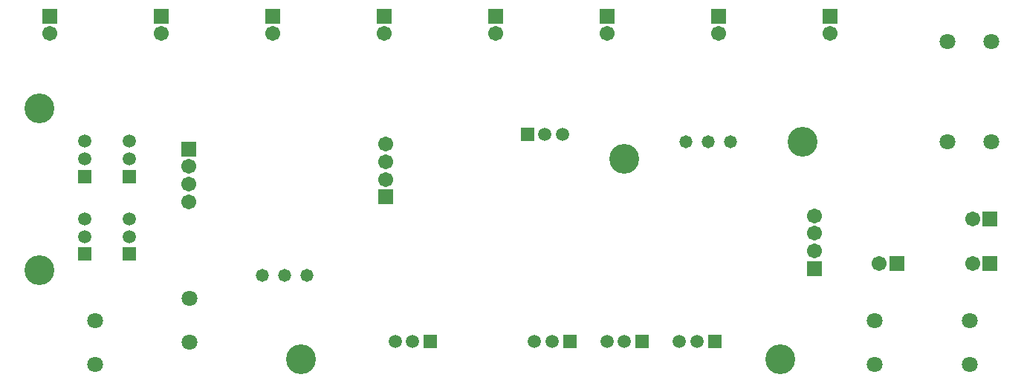
<source format=gbs>
G04*
G04 #@! TF.GenerationSoftware,Altium Limited,Altium Designer,23.4.1 (23)*
G04*
G04 Layer_Color=16711935*
%FSLAX44Y44*%
%MOMM*%
G71*
G04*
G04 #@! TF.SameCoordinates,69872263-788E-4E38-85BF-5BAD4D7AD8B8*
G04*
G04*
G04 #@! TF.FilePolarity,Negative*
G04*
G01*
G75*
%ADD50C,1.8032*%
%ADD51C,1.4722*%
%ADD52C,1.5032*%
%ADD53R,1.5032X1.5032*%
%ADD54R,1.5032X1.5032*%
%ADD55C,1.7032*%
%ADD56R,1.7032X1.7032*%
%ADD57C,3.4000*%
%ADD58R,1.7032X1.7032*%
D50*
X1135379Y304800D02*
D03*
X1085379D02*
D03*
X1111250Y51200D02*
D03*
Y101200D02*
D03*
X222250Y76600D02*
D03*
Y126600D02*
D03*
X114300Y51200D02*
D03*
Y101200D02*
D03*
X1002585Y51200D02*
D03*
Y101200D02*
D03*
X1085849Y419100D02*
D03*
X1135849D02*
D03*
D51*
X787400Y304800D02*
D03*
X812800D02*
D03*
X838200D02*
D03*
X355600Y152400D02*
D03*
X330200D02*
D03*
X304800D02*
D03*
D52*
X153250Y216850D02*
D03*
Y196850D02*
D03*
X102450Y216850D02*
D03*
Y196850D02*
D03*
X153670Y305430D02*
D03*
Y285430D02*
D03*
X102870Y305430D02*
D03*
Y285430D02*
D03*
X780100Y77050D02*
D03*
X800100D02*
D03*
X697550D02*
D03*
X717550D02*
D03*
X635000D02*
D03*
X615000D02*
D03*
X456250D02*
D03*
X476250D02*
D03*
X646779Y313288D02*
D03*
X626779D02*
D03*
D53*
X153250Y176850D02*
D03*
X102450D02*
D03*
X153670Y265430D02*
D03*
X102870D02*
D03*
D54*
X820100Y77050D02*
D03*
X737550D02*
D03*
X655000D02*
D03*
X496250D02*
D03*
X606779Y313288D02*
D03*
D55*
X445770Y301940D02*
D03*
Y261940D02*
D03*
Y281940D02*
D03*
X1007650Y165950D02*
D03*
X221400Y256700D02*
D03*
Y276700D02*
D03*
Y236700D02*
D03*
X934300Y200500D02*
D03*
Y180500D02*
D03*
Y220500D02*
D03*
X1113950Y165950D02*
D03*
X951650Y428150D02*
D03*
X824650D02*
D03*
X1113950Y216750D02*
D03*
X697650Y428150D02*
D03*
X570650D02*
D03*
X62650D02*
D03*
X189650D02*
D03*
X316650D02*
D03*
X443650D02*
D03*
D56*
X445770Y241940D02*
D03*
X221400Y296700D02*
D03*
X934300Y160500D02*
D03*
X951650Y448150D02*
D03*
X824650D02*
D03*
X697650D02*
D03*
X570650D02*
D03*
X62650D02*
D03*
X189650D02*
D03*
X316650D02*
D03*
X443650D02*
D03*
D57*
X717550Y285750D02*
D03*
X895350Y57150D02*
D03*
X920750Y304800D02*
D03*
X50800Y158750D02*
D03*
Y342900D02*
D03*
X349250Y57150D02*
D03*
D58*
X1027650Y165950D02*
D03*
X1133950D02*
D03*
Y216750D02*
D03*
M02*

</source>
